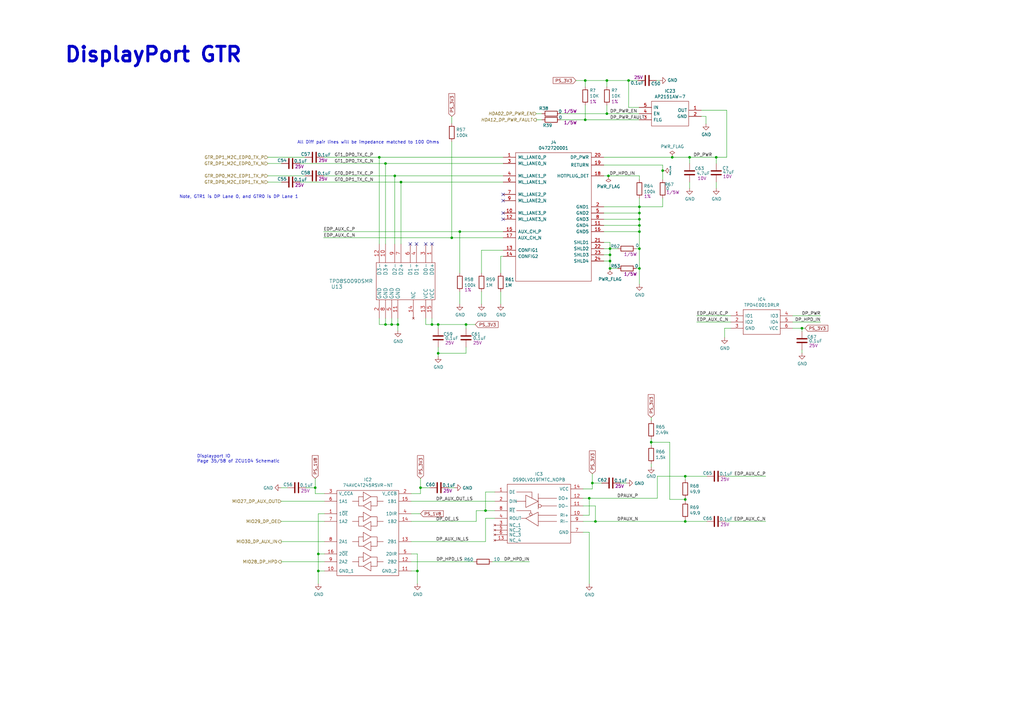
<source format=kicad_sch>
(kicad_sch (version 20230121) (generator eeschema)
  (paper "A3")
  (title_block (title "Top Sheet") (date "2023-12-21") (rev "1.00") (company "ApotheoTech LLC") (comment 1 "SCH: APT-KRIA-FMC") (comment 2 "Author: Chance Reimer"))
  (lib_symbols
    (symbol "ApotheoTech:0472720001‎" (pin_names (offset 1.016))
      (property "Reference" "J" (at -15.24 25.4 0))
      (property "Value" "0472720001‎" (at -9.525 23.495 0))
      (symbol "0472720001‎_0_1"
        (rectangle (start -15.875 22.225) (end 15.24 -30.48))
      )
      (symbol "0472720001‎_1_1"
        (pin passive line (at -20.955 20.32 0) (length 5.08) (name "ML_LANE0_P") (number "1"))
        (pin passive line (at -20.955 -2.54 0) (length 5.08) (name "ML_LANE3_P") (number "10"))
        (pin power_in line (at 20.32 -7.62 180) (length 5.08) (name "GND4") (number "11"))
        (pin passive line (at -20.955 -5.08 0) (length 5.08) (name "ML_LANE3_N") (number "12"))
        (pin passive line (at -20.955 -17.78 0) (length 5.08) (name "CONFIG1") (number "13"))
        (pin passive line (at -20.955 -20.32 0) (length 5.08) (name "CONFIG2") (number "14"))
        (pin passive line (at -20.955 -10.16 0) (length 5.08) (name "AUX_CH_P") (number "15"))
        (pin power_in line (at 20.32 -10.16 180) (length 5.08) (name "GND5") (number "16"))
        (pin passive line (at -20.955 -12.7 0) (length 5.08) (name "AUX_CH_N") (number "17"))
        (pin power_in line (at 20.32 12.7 180) (length 5.08) (name "HOTPLUG_DET") (number "18"))
        (pin power_in line (at 20.32 17.145 180) (length 5.08) (name "RETURN") (number "19"))
        (pin power_in line (at 20.32 0 180) (length 5.08) (name "GND1") (number "2"))
        (pin power_in line (at 20.32 20.32 180) (length 5.08) (name "DP_PWR") (number "20"))
        (pin power_in line (at 20.32 -14.605 180) (length 5.08) (name "SHLD1") (number "21"))
        (pin power_in line (at 20.32 -17.145 180) (length 5.08) (name "SHLD2") (number "22"))
        (pin power_in line (at 20.32 -19.685 180) (length 5.08) (name "SHLD3") (number "23"))
        (pin power_in line (at 20.32 -22.225 180) (length 5.08) (name "SHLD4") (number "24"))
        (pin passive line (at -20.955 17.78 0) (length 5.08) (name "ML_LANE0_N") (number "3"))
        (pin passive line (at -20.955 12.7 0) (length 5.08) (name "ML_LANE1_P") (number "4"))
        (pin power_in line (at 20.32 -2.54 180) (length 5.08) (name "GND2") (number "5"))
        (pin passive line (at -20.955 10.16 0) (length 5.08) (name "ML_LANE1_N") (number "6"))
        (pin passive line (at -20.955 5.08 0) (length 5.08) (name "ML_LANE2_P") (number "7"))
        (pin power_in line (at 20.32 -5.08 180) (length 5.08) (name "GND3") (number "8"))
        (pin passive line (at -20.955 2.54 0) (length 5.08) (name "ML_LANE2_N") (number "9"))
      )
    )
    (symbol "ApotheoTech:74AVC4T245RSVR-NT" (pin_names (offset 0.762))
      (property "Reference" "IC" (at -13.335 21.59 0))
      (property "Value" "74AVC4T245RSVR-NT" (at -12.7 19.05 0))
      (symbol "74AVC4T245RSVR-NT_0_0"
        (pin passive line (at -17.78 7.62 0) (length 5.08) (name "1~{OE}") (number "1"))
        (pin passive line (at -17.78 -15.875 0) (length 5.08) (name "GND_1") (number "10"))
        (pin passive line (at 17.78 -15.875 180) (length 5.08) (name "GND_2") (number "11"))
        (pin passive line (at 17.78 -12.065 180) (length 5.08) (name "2B2") (number "12"))
        (pin passive line (at 17.78 -3.81 180) (length 5.08) (name "2B1") (number "13"))
        (pin passive line (at 17.78 4.445 180) (length 5.08) (name "1B2") (number "14"))
        (pin passive line (at 17.78 12.7 180) (length 5.08) (name "1B1") (number "15"))
        (pin passive line (at -17.78 -8.89 0) (length 5.08) (name "2~{OE}") (number "16"))
        (pin passive line (at 17.78 15.875 180) (length 5.08) (name "V_CCB") (number "2"))
        (pin passive line (at -17.78 15.875 0) (length 5.08) (name "V_CCA") (number "3"))
        (pin passive line (at 17.78 7.62 180) (length 5.08) (name "1DIR") (number "4"))
        (pin passive line (at 17.78 -8.89 180) (length 5.08) (name "2DIR") (number "5"))
        (pin passive line (at -17.78 12.7 0) (length 5.08) (name "1A1") (number "6"))
        (pin passive line (at -17.78 4.445 0) (length 5.08) (name "1A2") (number "7"))
        (pin passive line (at -17.78 -3.81 0) (length 5.08) (name "2A1") (number "8"))
        (pin passive line (at -17.78 -12.065 0) (length 5.08) (name "2A2") (number "9"))
      )
      (symbol "74AVC4T245RSVR-NT_0_1"
        (rectangle (start -12.7 17.145) (end 12.7 -17.78))
        (rectangle (start -3.81 11.43) (end -3.81 14.605))
        (rectangle (start -3.81 14.605) (end -1.905 14.605))
        (rectangle (start -1.905 14.605) (end -1.905 12.7))
        (polyline (pts (xy -3.81 12.7) (xy -6.35 12.7)))
        (polyline (pts (xy 3.81 12.7) (xy 6.35 12.7)))
        (polyline (pts (xy -1.905 12.7) (xy 1.27 14.605) (xy -1.905 16.51) (xy -1.905 14.605)))
        (polyline (pts (xy 1.27 10.795) (xy 3.81 10.795) (xy 3.81 14.605) (xy 1.27 14.605)))
        (polyline (pts (xy -3.81 11.43) (xy -3.81 10.795) (xy -1.905 10.795) (xy 1.27 12.7) (xy 1.27 10.795) (xy 1.27 8.89) (xy -1.905 10.795)))
      )
      (symbol "74AVC4T245RSVR-NT_1_1"
        (rectangle (start -3.81 -13.335) (end -3.81 -10.16))
        (rectangle (start -3.81 -10.16) (end -1.905 -10.16))
        (rectangle (start -3.81 -5.08) (end -3.81 -1.905))
        (rectangle (start -3.81 -1.905) (end -1.905 -1.905))
        (rectangle (start -3.81 3.175) (end -3.81 6.35))
        (rectangle (start -3.81 6.35) (end -1.905 6.35))
        (rectangle (start -1.905 -10.16) (end -1.905 -12.065))
        (rectangle (start -1.905 -1.905) (end -1.905 -3.81))
        (rectangle (start -1.905 6.35) (end -1.905 4.445))
        (polyline (pts (xy -3.81 -12.065) (xy -6.35 -12.065)))
        (polyline (pts (xy -3.81 -3.81) (xy -6.35 -3.81)))
        (polyline (pts (xy -3.81 4.445) (xy -6.35 4.445)))
        (polyline (pts (xy 3.81 -12.065) (xy 6.35 -12.065)))
        (polyline (pts (xy 3.81 -3.81) (xy 6.35 -3.81)))
        (polyline (pts (xy 3.81 4.445) (xy 6.35 4.445)))
        (polyline (pts (xy -1.905 -12.065) (xy 1.27 -10.16) (xy -1.905 -8.255) (xy -1.905 -10.16)))
        (polyline (pts (xy -1.905 -3.81) (xy 1.27 -1.905) (xy -1.905 0) (xy -1.905 -1.905)))
        (polyline (pts (xy -1.905 4.445) (xy 1.27 6.35) (xy -1.905 8.255) (xy -1.905 6.35)))
        (polyline (pts (xy 1.27 -13.97) (xy 3.81 -13.97) (xy 3.81 -10.16) (xy 1.27 -10.16)))
        (polyline (pts (xy 1.27 -5.715) (xy 3.81 -5.715) (xy 3.81 -1.905) (xy 1.27 -1.905)))
        (polyline (pts (xy 1.27 2.54) (xy 3.81 2.54) (xy 3.81 6.35) (xy 1.27 6.35)))
        (polyline (pts (xy -3.81 -13.335) (xy -3.81 -13.97) (xy -1.905 -13.97) (xy 1.27 -12.065) (xy 1.27 -13.97) (xy 1.27 -15.875) (xy -1.905 -13.97)))
        (polyline (pts (xy -3.81 -5.08) (xy -3.81 -5.715) (xy -1.905 -5.715) (xy 1.27 -3.81) (xy 1.27 -5.715) (xy 1.27 -7.62) (xy -1.905 -5.715)))
        (polyline (pts (xy -3.81 3.175) (xy -3.81 2.54) (xy -1.905 2.54) (xy 1.27 4.445) (xy 1.27 2.54) (xy 1.27 0.635) (xy -1.905 2.54)))
      )
    )
    (symbol "ApotheoTech:AP2151AW-7" (pin_names (offset 0.762))
      (property "Reference" "IC" (at 5.08 4.699 0))
      (property "Value" "AP2151AW-7" (at 21.59 5.08 0))
      (symbol "AP2151AW-7_0_0"
        (pin passive line (at 25.527 -1.143 180) (length 5.08) (name "OUT") (number "1"))
        (pin passive line (at 25.527 -3.683 180) (length 5.08) (name "GND") (number "2"))
        (pin passive line (at 0 -5.08 0) (length 5.08) (name "FLG") (number "3"))
        (pin passive line (at 0 -2.54 0) (length 5.08) (name "EN") (number "4"))
        (pin passive line (at 0 0 0) (length 5.08) (name "IN") (number "5"))
      )
      (symbol "AP2151AW-7_0_1"
        (polyline (pts (xy 5.08 2.54) (xy 20.32 2.54) (xy 20.32 -7.62) (xy 5.08 -7.62) (xy 5.08 2.54)) (stroke (width 0.1524)))
      )
    )
    (symbol "ApotheoTech:DS90LV019TMTC_NOPB" (pin_names (offset 0.762))
      (property "Reference" "IC" (at 27.305 31.115 0))
      (property "Value" "DS90LV019TMTC_NOPB" (at 27.305 28.575 0))
      (symbol "DS90LV019TMTC_NOPB_0_0"
        (pin passive line (at -19.05 6.35 0) (length 5.08) (name "DE") (number "1"))
        (pin passive line (at 17.145 -3.175 180) (length 5.08) (name "RI+") (number "10"))
        (pin passive line (at 17.145 0.635 180) (length 5.08) (name "DO-") (number "11"))
        (pin passive line (at 17.145 3.81 180) (length 5.08) (name "DO+") (number "12"))
        (pin no_connect line (at -19.05 -13.462 0) (length 5.08) (name "NC_4") (number "13"))
        (pin passive line (at 17.145 7.62 180) (length 5.08) (name "VCC") (number "14"))
        (pin passive line (at -19.05 2.54 0) (length 5.08) (name "DIN") (number "2"))
        (pin no_connect line (at -19.05 -7.239 0) (length 5.08) (name "NC_1") (number "3"))
        (pin passive line (at -19.05 -4.445 0) (length 5.08) (name "ROUT") (number "4"))
        (pin no_connect line (at -19.05 -9.271 0) (length 5.08) (name "NC_2") (number "5"))
        (pin no_connect line (at -19.05 -11.176 0) (length 5.08) (name "NC_3") (number "6"))
        (pin passive line (at 17.145 -10.16 180) (length 5.08) (name "GND") (number "7"))
        (pin passive line (at -19.05 -1.27 0) (length 5.08) (name "~{RE}") (number "8"))
        (pin passive line (at 17.145 -5.715 180) (length 5.08) (name "RI-") (number "9"))
      )
      (symbol "DS90LV019TMTC_NOPB_0_1"
        (rectangle (start -13.97 9.525) (end 12.065 -14.605))
        (circle (center -4.318 -2.794) (radius 0.5588))
        (circle (center -0.635 0.635) (radius 0.635))
        (polyline (pts (xy -6.35 -4.445) (xy -8.255 -4.445)))
        (polyline (pts (xy -6.35 2.54) (xy -10.16 2.54)))
        (polyline (pts (xy -1.27 0.635) (xy -1.27 -0.635)))
        (polyline (pts (xy -1.27 3.81) (xy 6.35 3.81)))
        (polyline (pts (xy -1.27 4.445) (xy -1.27 0.635)))
        (polyline (pts (xy -1.27 4.445) (xy -1.27 5.715)))
        (polyline (pts (xy 0 0.635) (xy 6.35 0.635)))
        (polyline (pts (xy 6.35 -5.715) (xy -1.27 -5.715)))
        (polyline (pts (xy 6.35 -3.175) (xy -1.27 -3.175)))
        (polyline (pts (xy -10.16 6.35) (xy -3.81 6.35) (xy -3.81 3.81)))
        (polyline (pts (xy -4.318 -2.159) (xy -4.318 -1.27) (xy -10.16 -1.27)))
        (polyline (pts (xy -6.35 5.08) (xy -1.27 2.54) (xy -6.35 0) (xy -6.35 5.08)))
        (polyline (pts (xy -1.27 -1.905) (xy -1.27 -7.62) (xy -6.35 -4.445) (xy -1.27 -1.905)))
      )
    )
    (symbol "ApotheoTech:TPD4E001DRLR" (pin_names (offset 0.762))
      (property "Reference" "IC" (at 21.59 7.62 0))
      (property "Value" "TPD4E001DRLR" (at 21.59 5.08 0))
      (symbol "TPD4E001DRLR_0_0"
        (pin passive line (at 0 0 0) (length 5.08) (name "IO1") (number "1"))
        (pin passive line (at 0 -2.54 0) (length 5.08) (name "IO2") (number "2"))
        (pin passive line (at 0 -5.08 0) (length 5.08) (name "GND") (number "3"))
        (pin passive line (at 25.4 0 180) (length 5.08) (name "IO3") (number "4"))
        (pin passive line (at 25.4 -2.54 180) (length 5.08) (name "IO4") (number "5"))
        (pin passive line (at 25.4 -5.08 180) (length 5.08) (name "VCC") (number "6"))
      )
      (symbol "TPD4E001DRLR_0_1"
        (polyline (pts (xy 5.08 2.54) (xy 20.32 2.54) (xy 20.32 -7.62) (xy 5.08 -7.62) (xy 5.08 2.54)) (stroke (width 0.1524)))
      )
    )
    (symbol "ApotheoTech:TPD8S009DSMR" (pin_names (offset 0.254))
      (property "Reference" "U" (at -7.62 12.7 0))
      (property "Value" "TPD8S009DSMR" (at 0 10.16 0))
      (symbol "TPD8S009DSMR_1_1"
        (rectangle (start -7.62 8.89) (end 7.62 -15.24))
        (pin input line (at -15.24 7.62 0) (length 7.62) (name "D0+") (number "1"))
        (pin input line (at -15.24 -11.43 0) (length 7.62) (name "D3+") (number "10"))
        (pin power_in line (at 15.24 -6.35 180) (length 7.62) (name "GND") (number "11"))
        (pin input line (at -15.24 -13.97 0) (length 7.62) (name "D3-") (number "12"))
        (pin power_in line (at 15.24 5.08 180) (length 7.62) (name "VCC") (number "13"))
        (pin no_connect line (at 15.24 0 180) (length 7.62) (name "NC") (number "14"))
        (pin power_in line (at 15.24 7.62 180) (length 7.62) (name "VCC") (number "15"))
        (pin power_in line (at 15.24 -13.97 180) (length 7.62) (name "GND") (number "2"))
        (pin input line (at -15.24 5.08 0) (length 7.62) (name "D0-") (number "3"))
        (pin input line (at -15.24 1.27 0) (length 7.62) (name "D1+") (number "4"))
        (pin power_in line (at 15.24 -8.89 180) (length 7.62) (name "GND") (number "5"))
        (pin input line (at -15.24 -1.27 0) (length 7.62) (name "D1-") (number "6"))
        (pin input line (at -15.24 -5.08 0) (length 7.62) (name "D2+") (number "7"))
        (pin power_in line (at 15.24 -11.43 180) (length 7.62) (name "GND") (number "8"))
        (pin input line (at -15.24 -7.62 0) (length 7.62) (name "D2-") (number "9"))
      )
    )
    (symbol "Device:C" (pin_numbers hide) (pin_names (offset 0.254))
      (property "Reference" "C" (at 0.635 2.54 0))
      (property "Value" "C" (at 0.635 -2.54 0))
      (symbol "C_0_1"
        (polyline (pts (xy -2.032 -0.762) (xy 2.032 -0.762)) (stroke (width 0.508)))
        (polyline (pts (xy -2.032 0.762) (xy 2.032 0.762)) (stroke (width 0.508)))
      )
      (symbol "C_1_1"
        (pin passive line (at 0 3.81 270) (length 2.794) (name "~") (number "1"))
        (pin passive line (at 0 -3.81 90) (length 2.794) (name "~") (number "2"))
      )
    )
    (symbol "Device:R" (pin_numbers hide) (pin_names (offset 0))
      (property "Reference" "R" (at 2.032 0 90))
      (property "Value" "R" (at 0 0 90))
      (symbol "R_0_1"
        (rectangle (start -1.016 -2.54) (end 1.016 2.54) (stroke (width 0.254)))
      )
      (symbol "R_1_1"
        (pin passive line (at 0 3.81 270) (length 1.27) (name "~") (number "1"))
        (pin passive line (at 0 -3.81 90) (length 1.27) (name "~") (number "2"))
      )
    )
    (symbol "power:GND" (power) (pin_names (offset 0))
      (property "Value" "GND" (at 0 -3.81 0))
      (symbol "GND_0_1"
        (polyline (pts (xy 0 0) (xy 0 -1.27) (xy 1.27 -1.27) (xy 0 -2.54) (xy -1.27 -1.27) (xy 0 -1.27)))
      )
      (symbol "GND_1_1"
        (pin power_in line (at 0 0 270) (length 0) hide (name "GND") (number "1"))
      )
    )
    (symbol "power:PWR_FLAG" (power) (pin_numbers hide) (pin_names (offset 0) hide)
      (property "Value" "PWR_FLAG" (at 0 3.81 0))
      (symbol "PWR_FLAG_0_0"
        (pin power_out line (at 0 0 90) (length 0) (name "pwr") (number "1"))
      )
      (symbol "PWR_FLAG_0_1"
        (polyline (pts (xy 0 0) (xy 0 1.27) (xy -1.016 1.905) (xy 0 2.54) (xy 1.016 1.905) (xy 0 1.27)))
      )
    )
  )
  (junction (at 282.829 64.516))
  (junction (at 262.255 101.981))
  (junction (at 281.051 195.326))
  (junction (at 161.925 72.136))
  (junction (at 177.165 133.096))
  (junction (at 262.255 94.996))
  (junction (at 240.03 49.149))
  (junction (at 267.081 181.356))
  (junction (at 199.136 209.423))
  (junction (at 250.19 101.981))
  (junction (at 249.555 72.136))
  (junction (at 262.255 89.916))
  (junction (at 171.196 234.188))
  (junction (at 240.03 33.02))
  (junction (at 155.575 64.516))
  (junction (at 328.93 134.62))
  (junction (at 160.655 133.096))
  (junction (at 257.81 33.02))
  (junction (at 248.92 46.609))
  (junction (at 172.466 200.025))
  (junction (at 262.255 110.109))
  (junction (at 163.195 133.096))
  (junction (at 242.951 198.12))
  (junction (at 271.78 69.977))
  (junction (at 250.19 107.061))
  (junction (at 262.255 87.376))
  (junction (at 281.051 204.851))
  (junction (at 130.556 234.188))
  (junction (at 241.681 204.343))
  (junction (at 179.705 133.096))
  (junction (at 262.255 92.456))
  (junction (at 164.465 74.676))
  (junction (at 188.595 94.996))
  (junction (at 275.717 64.516))
  (junction (at 129.286 200.025))
  (junction (at 250.19 110.109))
  (junction (at 250.19 104.521))
  (junction (at 130.556 227.203))
  (junction (at 179.705 144.907))
  (junction (at 158.115 67.056))
  (junction (at 191.135 133.096))
  (junction (at 248.92 33.02))
  (junction (at 281.051 213.868))
  (junction (at 293.751 64.516))
  (junction (at 185.293 97.536))
  (junction (at 158.115 133.096))
  (junction (at 262.255 84.836))
  (junction (at 244.221 213.868))
  (no_connect (at 170.815 100.076))
  (no_connect (at 206.375 89.916))
  (no_connect (at 206.375 87.376))
  (no_connect (at 168.275 100.076))
  (no_connect (at 206.375 79.756))
  (no_connect (at 177.165 100.076))
  (no_connect (at 206.375 82.296))
  (no_connect (at 174.625 100.076))
  (wire (pts (xy 172.466 200.025) (xy 172.466 196.215)))
  (wire (pts (xy 257.81 33.02) (xy 248.92 33.02)))
  (wire (pts (xy 109.855 72.136) (xy 125.095 72.136)))
  (wire (pts (xy 240.03 49.149) (xy 229.87 49.149)))
  (wire (pts (xy 171.196 227.203) (xy 168.656 227.203)))
  (wire (pts (xy 254.381 198.12) (xy 256.921 198.12)))
  (wire (pts (xy 262.255 94.996) (xy 262.255 101.981)))
  (wire (pts (xy 325.12 134.62) (xy 328.93 134.62)))
  (wire (pts (xy 161.925 72.136) (xy 206.375 72.136)))
  (wire (pts (xy 171.196 234.188) (xy 171.196 239.395)))
  (wire (pts (xy 130.556 210.693) (xy 130.556 227.203)))
  (wire (pts (xy 247.65 72.136) (xy 249.555 72.136)))
  (wire (pts (xy 229.87 46.609) (xy 248.92 46.609)))
  (wire (pts (xy 164.465 100.076) (xy 164.465 74.676)))
  (wire (pts (xy 297.561 213.868) (xy 314.071 213.868)))
  (wire (pts (xy 168.656 210.693) (xy 172.466 210.693)))
  (wire (pts (xy 155.575 64.516) (xy 206.375 64.516)))
  (wire (pts (xy 199.136 222.123) (xy 199.136 212.598)))
  (wire (pts (xy 257.81 44.069) (xy 257.81 33.02)))
  (wire (pts (xy 244.221 213.868) (xy 281.051 213.868)))
  (wire (pts (xy 185.293 97.536) (xy 132.715 97.536)))
  (wire (pts (xy 199.136 201.803) (xy 199.136 209.423)))
  (wire (pts (xy 202.946 201.803) (xy 199.136 201.803)))
  (wire (pts (xy 275.717 64.516) (xy 282.829 64.516)))
  (wire (pts (xy 281.051 205.486) (xy 281.051 204.851)))
  (wire (pts (xy 197.485 102.616) (xy 206.375 102.616)))
  (wire (pts (xy 133.096 202.438) (xy 129.286 202.438)))
  (wire (pts (xy 271.78 69.977) (xy 271.78 73.66)))
  (wire (pts (xy 133.096 213.868) (xy 115.316 213.868)))
  (wire (pts (xy 163.195 133.096) (xy 160.655 133.096)))
  (wire (pts (xy 325.12 129.54) (xy 336.55 129.54)))
  (wire (pts (xy 270.51 33.02) (xy 269.24 33.02)))
  (wire (pts (xy 109.855 64.516) (xy 125.095 64.516)))
  (wire (pts (xy 179.705 144.907) (xy 179.705 142.367)))
  (wire (pts (xy 240.03 43.18) (xy 240.03 49.149)))
  (wire (pts (xy 115.443 67.056) (xy 109.855 67.056)))
  (wire (pts (xy 247.65 101.981) (xy 250.19 101.981)))
  (wire (pts (xy 250.19 104.521) (xy 250.19 107.061)))
  (wire (pts (xy 199.136 209.423) (xy 202.946 209.423)))
  (wire (pts (xy 158.115 100.076) (xy 158.115 67.056)))
  (wire (pts (xy 267.081 172.466) (xy 267.081 171.196)))
  (wire (pts (xy 246.761 198.12) (xy 242.951 198.12)))
  (wire (pts (xy 132.715 64.516) (xy 155.575 64.516)))
  (wire (pts (xy 269.621 195.326) (xy 281.051 195.326)))
  (wire (pts (xy 188.595 119.634) (xy 188.595 124.714)))
  (wire (pts (xy 244.221 213.868) (xy 239.141 213.868)))
  (wire (pts (xy 133.096 205.613) (xy 115.316 205.613)))
  (wire (pts (xy 285.75 129.54) (xy 299.72 129.54)))
  (wire (pts (xy 249.555 72.136) (xy 262.255 72.136)))
  (wire (pts (xy 298.069 45.212) (xy 298.069 64.516)))
  (wire (pts (xy 132.715 94.996) (xy 188.595 94.996)))
  (wire (pts (xy 177.165 133.096) (xy 177.165 130.556)))
  (wire (pts (xy 171.196 227.203) (xy 171.196 234.188)))
  (wire (pts (xy 240.03 33.02) (xy 248.92 33.02)))
  (wire (pts (xy 185.293 97.536) (xy 206.375 97.536)))
  (wire (pts (xy 158.115 67.056) (xy 206.375 67.056)))
  (wire (pts (xy 158.115 133.096) (xy 155.575 133.096)))
  (wire (pts (xy 293.751 64.516) (xy 298.069 64.516)))
  (wire (pts (xy 281.051 204.851) (xy 281.051 204.343)))
  (wire (pts (xy 125.476 200.025) (xy 129.286 200.025)))
  (wire (pts (xy 179.705 133.096) (xy 191.135 133.096)))
  (wire (pts (xy 160.655 133.096) (xy 158.115 133.096)))
  (wire (pts (xy 129.286 200.025) (xy 129.286 196.215)))
  (wire (pts (xy 168.656 230.378) (xy 194.31 230.378)))
  (wire (pts (xy 260.985 101.981) (xy 262.255 101.981)))
  (wire (pts (xy 123.063 67.056) (xy 158.115 67.056)))
  (wire (pts (xy 325.12 132.08) (xy 336.55 132.08)))
  (wire (pts (xy 285.75 132.08) (xy 299.72 132.08)))
  (wire (pts (xy 281.051 213.868) (xy 289.941 213.868)))
  (wire (pts (xy 289.56 47.752) (xy 289.56 50.8)))
  (wire (pts (xy 267.081 190.246) (xy 267.081 191.516)))
  (wire (pts (xy 271.78 81.28) (xy 271.78 84.836)))
  (wire (pts (xy 205.359 119.634) (xy 205.359 124.714)))
  (wire (pts (xy 271.78 67.691) (xy 271.78 69.977)))
  (wire (pts (xy 250.19 101.981) (xy 250.19 104.521)))
  (wire (pts (xy 161.925 100.076) (xy 161.925 72.136)))
  (wire (pts (xy 262.255 81.28) (xy 262.255 84.836)))
  (wire (pts (xy 130.556 234.188) (xy 133.096 234.188)))
  (wire (pts (xy 248.92 33.02) (xy 248.92 35.56)))
  (wire (pts (xy 267.081 182.626) (xy 267.081 181.356)))
  (wire (pts (xy 130.556 227.203) (xy 130.556 234.188)))
  (wire (pts (xy 163.195 133.096) (xy 163.195 135.636)))
  (wire (pts (xy 168.656 213.868) (xy 195.326 213.868)))
  (wire (pts (xy 133.096 210.693) (xy 130.556 210.693)))
  (wire (pts (xy 185.293 97.536) (xy 185.293 58.166)))
  (wire (pts (xy 239.141 218.313) (xy 241.681 218.313)))
  (wire (pts (xy 130.556 234.188) (xy 130.556 239.395)))
  (wire (pts (xy 191.135 133.096) (xy 191.135 134.747)))
  (wire (pts (xy 240.03 33.02) (xy 240.03 35.56)))
  (wire (pts (xy 247.65 67.691) (xy 271.78 67.691)))
  (wire (pts (xy 168.656 222.123) (xy 199.136 222.123)))
  (wire (pts (xy 328.93 135.89) (xy 328.93 134.62)))
  (wire (pts (xy 117.856 200.025) (xy 115.316 200.025)))
  (wire (pts (xy 299.72 134.62) (xy 297.18 134.62)))
  (wire (pts (xy 174.625 133.096) (xy 177.165 133.096)))
  (wire (pts (xy 164.465 74.676) (xy 206.375 74.676)))
  (wire (pts (xy 262.128 44.069) (xy 257.81 44.069)))
  (wire (pts (xy 250.19 110.109) (xy 253.365 110.109)))
  (wire (pts (xy 241.681 218.313) (xy 241.681 239.522)))
  (wire (pts (xy 222.25 46.609) (xy 219.964 46.609)))
  (wire (pts (xy 247.65 92.456) (xy 262.255 92.456)))
  (wire (pts (xy 179.705 134.747) (xy 179.705 133.096)))
  (wire (pts (xy 168.656 202.438) (xy 172.466 202.438)))
  (wire (pts (xy 130.556 227.203) (xy 133.096 227.203)))
  (wire (pts (xy 293.751 74.676) (xy 293.751 77.216)))
  (wire (pts (xy 250.19 107.061) (xy 247.65 107.061)))
  (wire (pts (xy 281.051 204.851) (xy 274.701 204.851)))
  (wire (pts (xy 247.65 104.521) (xy 250.19 104.521)))
  (wire (pts (xy 281.051 195.326) (xy 289.941 195.326)))
  (wire (pts (xy 115.443 74.676) (xy 109.855 74.676)))
  (wire (pts (xy 244.221 207.518) (xy 244.221 213.868)))
  (wire (pts (xy 197.485 119.634) (xy 197.485 124.714)))
  (wire (pts (xy 163.195 130.556) (xy 163.195 133.096)))
  (wire (pts (xy 271.78 84.836) (xy 262.255 84.836)))
  (wire (pts (xy 155.575 100.076) (xy 155.575 64.516)))
  (wire (pts (xy 242.951 200.533) (xy 242.951 198.12)))
  (wire (pts (xy 250.19 101.981) (xy 253.365 101.981)))
  (wire (pts (xy 155.575 133.096) (xy 155.575 130.556)))
  (wire (pts (xy 262.255 73.66) (xy 262.255 72.136)))
  (wire (pts (xy 205.359 105.156) (xy 205.359 112.014)))
  (wire (pts (xy 123.063 74.676) (xy 164.465 74.676)))
  (wire (pts (xy 191.135 144.907) (xy 179.705 144.907)))
  (wire (pts (xy 262.128 46.609) (xy 248.92 46.609)))
  (wire (pts (xy 247.65 84.836) (xy 262.255 84.836)))
  (wire (pts (xy 287.655 47.752) (xy 289.56 47.752)))
  (wire (pts (xy 262.255 94.996) (xy 262.255 92.456)))
  (wire (pts (xy 129.286 202.438) (xy 129.286 200.025)))
  (wire (pts (xy 236.22 33.02) (xy 240.03 33.02)))
  (wire (pts (xy 133.096 230.378) (xy 115.316 230.378)))
  (wire (pts (xy 328.93 143.51) (xy 328.93 144.78)))
  (wire (pts (xy 247.65 87.376) (xy 262.255 87.376)))
  (wire (pts (xy 174.625 130.556) (xy 174.625 133.096)))
  (wire (pts (xy 241.681 211.328) (xy 241.681 204.343)))
  (wire (pts (xy 177.165 133.096) (xy 179.705 133.096)))
  (wire (pts (xy 269.621 204.343) (xy 269.621 195.326)))
  (wire (pts (xy 168.656 205.613) (xy 202.946 205.613)))
  (wire (pts (xy 197.485 112.014) (xy 197.485 102.616)))
  (wire (pts (xy 328.93 134.62) (xy 330.2 134.62)))
  (wire (pts (xy 239.141 200.533) (xy 242.951 200.533)))
  (wire (pts (xy 287.655 45.212) (xy 298.069 45.212)))
  (wire (pts (xy 262.255 87.376) (xy 262.255 89.916)))
  (wire (pts (xy 297.18 134.62) (xy 297.18 138.43)))
  (wire (pts (xy 179.705 144.907) (xy 179.705 146.177)))
  (wire (pts (xy 239.141 207.518) (xy 244.221 207.518)))
  (wire (pts (xy 260.985 110.109) (xy 262.255 110.109)))
  (wire (pts (xy 281.051 213.868) (xy 281.051 213.106)))
  (wire (pts (xy 247.65 99.441) (xy 250.19 99.441)))
  (wire (pts (xy 247.65 89.916) (xy 262.255 89.916)))
  (wire (pts (xy 261.62 33.02) (xy 257.81 33.02)))
  (wire (pts (xy 172.466 202.438) (xy 172.466 200.025)))
  (wire (pts (xy 195.326 209.423) (xy 199.136 209.423)))
  (wire (pts (xy 242.951 198.12) (xy 242.951 194.31)))
  (wire (pts (xy 262.255 89.916) (xy 262.255 92.456)))
  (wire (pts (xy 183.896 200.025) (xy 186.436 200.025)))
  (wire (pts (xy 240.03 49.149) (xy 262.128 49.149)))
  (wire (pts (xy 132.715 72.136) (xy 161.925 72.136)))
  (wire (pts (xy 188.595 94.996) (xy 188.595 112.014)))
  (wire (pts (xy 199.136 212.598) (xy 202.946 212.598)))
  (wire (pts (xy 297.561 195.326) (xy 314.071 195.326)))
  (wire (pts (xy 274.701 181.356) (xy 274.701 204.851)))
  (wire (pts (xy 206.375 105.156) (xy 205.359 105.156)))
  (wire (pts (xy 282.829 64.516) (xy 293.751 64.516)))
  (wire (pts (xy 160.655 130.556) (xy 160.655 133.096)))
  (wire (pts (xy 247.65 64.516) (xy 275.717 64.516)))
  (wire (pts (xy 158.115 130.556) (xy 158.115 133.096)))
  (wire (pts (xy 262.255 110.109) (xy 262.255 116.586)))
  (wire (pts (xy 281.051 195.326) (xy 281.051 196.723)))
  (wire (pts (xy 171.196 234.188) (xy 168.656 234.188)))
  (wire (pts (xy 241.681 204.343) (xy 239.141 204.343)))
  (wire (pts (xy 133.096 222.123) (xy 115.316 222.123)))
  (wire (pts (xy 267.081 181.356) (xy 274.701 181.356)))
  (wire (pts (xy 201.93 230.378) (xy 217.17 230.378)))
  (wire (pts (xy 250.19 107.061) (xy 250.19 110.109)))
  (wire (pts (xy 191.135 142.367) (xy 191.135 144.907)))
  (wire (pts (xy 293.751 64.516) (xy 293.751 67.056)))
  (wire (pts (xy 222.25 49.149) (xy 219.964 49.149)))
  (wire (pts (xy 247.65 94.996) (xy 262.255 94.996)))
  (wire (pts (xy 195.326 213.868) (xy 195.326 209.423)))
  (wire (pts (xy 185.293 50.546) (xy 185.293 47.752)))
  (wire (pts (xy 282.829 74.676) (xy 282.829 77.216)))
  (wire (pts (xy 250.19 99.441) (xy 250.19 101.981)))
  (wire (pts (xy 262.255 101.981) (xy 262.255 110.109)))
  (wire (pts (xy 241.681 204.343) (xy 269.621 204.343)))
  (wire (pts (xy 282.829 64.516) (xy 282.829 67.056)))
  (wire (pts (xy 239.141 211.328) (xy 241.681 211.328)))
  (wire (pts (xy 248.92 43.18) (xy 248.92 46.609)))
  (wire (pts (xy 191.135 133.096) (xy 194.945 133.096)))
  (wire (pts (xy 262.255 84.836) (xy 262.255 87.376)))
  (wire (pts (xy 188.595 94.996) (xy 206.375 94.996)))
  (wire (pts (xy 267.081 181.356) (xy 267.081 180.086)))
  (wire (pts (xy 176.276 200.025) (xy 172.466 200.025)))
  (text "DisplayPort GTR" (at 26.162 26.035 0) (effects (font (size 5.9944 5.9944) (thickness 1.1989) bold) (justify left bottom)))
  (text "Displayport IO \nPage 35/58 of ZCU104 Schematic" (at 80.772 189.992 0) (effects (font (size 1.27 1.27)) (justify left bottom)))
  (text "All Diff pair lines will be impedance matched to 100 Ohms" (at 121.92 59.182 0) (effects (font (size 1.27 1.27)) (justify left bottom)))
  (text "Note, GTR1 is DP Lane 0, and GTR0 is DP Lane 1" (at 73.533 81.534 0) (effects (font (size 1.27 1.27)) (justify left bottom)))
  (label "GT0_DP1_TX_C_N" (at 137.16 74.676 0))
  (label "DPAUX_P" (at 253.111 204.343 0))
  (label "DP_HPD_LS" (at 189.738 230.378 180))
  (label "EDP_AUX_C_N" (at 132.715 97.536 0))
  (label "DP_HPD_IN" (at 260.477 72.136 180))
  (label "EDP_AUX_C_N" (at 314.071 213.868 180))
  (label "DPAUX_N" (at 253.111 213.868 0))
  (label "EDP_AUX_C_P" (at 314.071 195.326 180))
  (label "EDP_AUX_C_P" (at 132.715 94.996 0))
  (label "GT1_DP0_TX_C_P" (at 137.16 64.516 0))
  (label "DP_PWR" (at 292.1 64.516 180))
  (label "DP_PWR" (at 336.55 129.54 180))
  (label "DP_HPD_IN" (at 336.55 132.08 180))
  (label "DP_PWR_FAULT" (at 250.19 49.149 0))
  (label "DP_PWR_EN" (at 250.19 46.609 0))
  (label "EDP_AUX_C_N" (at 285.75 132.08 0))
  (label "EDP_AUX_C_P" (at 285.75 129.54 0))
  (label "DP_OE_LS" (at 178.816 213.868 0))
  (label "DP_AUX_IN_LS" (at 178.816 222.123 0))
  (label "GT1_DP0_TX_C_N" (at 137.16 67.056 0))
  (label "DP_AUX_OUT_LS" (at 178.816 205.613 0))
  (label "GT0_DP1_TX_C_P" (at 137.16 72.136 0))
  (label "DP_HPD_IN" (at 217.17 230.378 180))
  (global_label "PS_1V8" (shape input) (at 129.286 196.215 90) (property "Intersheetrefs" "${INTERSHEET_REFS}" (effects hide)))
  (global_label "PS_3V3" (shape input) (at 172.466 196.215 90) (property "Intersheetrefs" "${INTERSHEET_REFS}" (effects hide)))
  (global_label "PS_3V3" (shape input) (at 242.951 194.31 90) (property "Intersheetrefs" "${INTERSHEET_REFS}" (effects hide)))
  (global_label "PS_3V3" (shape input) (at 236.22 33.02 180) (property "Intersheetrefs" "${INTERSHEET_REFS}" (effects hide)))
  (global_label "PS_3V3" (shape input) (at 185.293 47.752 90) (property "Intersheetrefs" "${INTERSHEET_REFS}" (effects hide)))
  (global_label "PS_3V3" (shape input) (at 330.2 134.62 0) (property "Intersheetrefs" "${INTERSHEET_REFS}" (effects hide)))
  (global_label "PS_3V3" (shape input) (at 267.081 171.196 90) (property "Intersheetrefs" "${INTERSHEET_REFS}" (effects hide)))
  (global_label "PS_3V3" (shape input) (at 194.945 133.096 0) (property "Intersheetrefs" "${INTERSHEET_REFS}" (effects hide)))
  (global_label "PS_1V8" (shape input) (at 172.466 210.693 0) (property "Intersheetrefs" "${INTERSHEET_REFS}" (effects hide)))
  (hierarchical_label "MIO30_DP_AUX_IN" (shape output) (at 115.316 222.123 180))
  (hierarchical_label "HDA02_DP_PWR_EN" (shape input) (at 219.964 46.609 180) (effects (font italic)))
  (hierarchical_label "GTR_DP0_M2C_EDP1_TX_P" (shape input) (at 109.855 72.136 180))
  (hierarchical_label "MIO28_DP_HPD" (shape output) (at 115.316 230.378 180))
  (hierarchical_label "MIO27_DP_AUX_OUT" (shape input) (at 115.316 205.613 180))
  (hierarchical_label "HDA12_DP_PWR_FAULT" (shape output) (at 219.964 49.149 180) (effects (font italic)))
  (hierarchical_label "GTR_DP0_M2C_EDP1_TX_N" (shape input) (at 109.855 74.676 180))
  (hierarchical_label "MIO29_DP_OE" (shape input) (at 115.316 213.868 180))
  (hierarchical_label "GTR_DP1_M2C_EDP0_TX_N" (shape input) (at 109.855 67.056 180))
  (hierarchical_label "GTR_DP1_M2C_EDP0_TX_P" (shape input) (at 109.855 64.516 180))
  (symbol (lib_id "power:PWR_FLAG") (at 275.717 64.516 0) (unit 1)
    (property "Reference" "#FLG09" (effects hide))
    (property "Value" "PWR_FLAG" (at 275.717 60.1218 0))
  )
  (symbol (lib_id "ApotheoTech:TPD8S009DSMR") (at 169.545 115.316 270) (unit 1)
    (property "Reference" "U13" (at 135.763 117.602 90) (effects (font (size 1.524 1.524)) (justify left)))
    (property "Value" "TPD8S009DSMR" (at 135.001 115.316 90) (effects (font (size 1.524 1.524)) (justify left)))
    (property "Footprint" "ApotheoTech_CXP_Lib:TPD8S009DSMR" (effects hide))
  )
  (symbol (lib_id "power:GND") (at 163.195 135.636 0) (unit 1)
    (property "Reference" "#PWR065" (effects hide))
    (property "Value" "GND" (at 163.322 140.0302 0))
  )
  (symbol (lib_id "power:GND") (at 262.255 116.586 0) (unit 1)
    (property "Reference" "#PWR074" (effects hide))
    (property "Value" "GND" (at 262.382 120.9802 0))
  )
  (symbol (lib_id "power:GND") (at 282.829 77.216 0) (unit 1)
    (property "Reference" "#PWR076" (effects hide))
    (property "Value" "GND" (at 282.956 81.6102 0))
  )
  (symbol (lib_id "power:GND") (at 293.751 77.216 0) (unit 1)
    (property "Reference" "#PWR077" (effects hide))
    (property "Value" "GND" (at 293.878 81.6102 0))
  )
  (symbol (lib_id "Device:R") (at 185.293 54.356 0) (unit 1)
    (property "Reference" "R57" (at 187.071 53.1876 0) (effects (justify left)))
    (property "Value" "100k" (at 187.071 55.499 0) (effects (justify left)))
    (property "Footprint" "Resistor_SMD:R_0402_1005Metric" (effects hide))
    (property "PartNumber" "CRCW0402100KFKEDHP" (effects hide))
    (property "Tol" "1%" (effects hide))
    (property "Power" "1/5W" (effects hide))
  )
  (symbol (lib_id "Device:R") (at 188.595 115.824 0) (unit 1)
    (property "Reference" "R58" (at 190.373 114.6556 0) (effects (justify left)))
    (property "Value" "100k" (at 190.373 116.967 0) (effects (justify left)))
    (property "Footprint" "Resistor_SMD:R_0402_1005Metric" (effects hide))
    (property "PartNumber" "CRCW0402100KFKEDHP" (effects hide))
    (property "Tol" "1%" (at 191.897 118.872 0))
    (property "Power" "1/5W" (effects hide))
  )
  (symbol (lib_id "power:GND") (at 188.595 124.714 0) (unit 1)
    (property "Reference" "#PWR069" (effects hide))
    (property "Value" "GND" (at 188.722 129.1082 0))
  )
  (symbol (lib_id "Device:R") (at 197.485 115.824 0) (unit 1)
    (property "Reference" "R59" (at 199.263 114.6556 0) (effects (justify left)))
    (property "Value" "1M" (at 199.263 116.967 0) (effects (justify left)))
    (property "Footprint" "Resistor_SMD:R_0402_1005Metric" (effects hide))
    (property "PartNumber" "CRCW04021M00FKED" (effects hide))
    (property "Tol" "1%" (effects hide))
    (property "Power" "1/16W" (effects hide))
  )
  (symbol (lib_id "power:GND") (at 197.485 124.714 0) (unit 1)
    (property "Reference" "#PWR070" (effects hide))
    (property "Value" "GND" (at 197.612 129.1082 0))
  )
  (symbol (lib_id "power:GND") (at 205.359 124.714 0) (unit 1)
    (property "Reference" "#PWR071" (effects hide))
    (property "Value" "GND" (at 205.486 129.1082 0))
  )
  (symbol (lib_id "Device:R") (at 205.359 115.824 0) (unit 1)
    (property "Reference" "R61" (at 207.137 114.6556 0) (effects (justify left)))
    (property "Value" "1M" (at 207.137 116.967 0) (effects (justify left)))
    (property "Footprint" "Resistor_SMD:R_0402_1005Metric" (effects hide))
    (property "PartNumber" "CRCW04021M00FKED" (effects hide))
    (property "Tol" "1%" (effects hide))
    (property "Power" "1/16W" (effects hide))
  )
  (symbol (lib_id "Device:C") (at 191.135 138.557 180) (unit 1)
    (property "Reference" "C61" (at 195.199 137.033 0))
    (property "Value" "0.1uF" (at 196.723 138.684 0))
    (property "Footprint" "Capacitor_SMD:C_0402_1005Metric" (effects hide))
    (property "PartNumber" "TMK105BJ104KVHF" (effects hide))
    (property "Tolerance" "+-10%" (effects hide))
    (property "Voltage" "25V" (at 195.834 140.589 0))
    (property "Temp_Val" "X5R" (effects hide))
    (property "URL" "https://www.digikey.com/en/products/detail/TMK105BJ104KVHF/587-3808-1-ND/4811278?itemSeq=375666509" (effects hide))
  )
  (symbol (lib_id "Device:C") (at 180.086 200.025 90) (unit 1)
    (property "Reference" "C60" (at 176.53 198.755 90))
    (property "Value" "0.1uF" (at 184.15 199.009 90))
    (property "Footprint" "Capacitor_SMD:C_0402_1005Metric" (effects hide))
    (property "PartNumber" "TMK105BJ104KVHF" (effects hide))
    (property "Tolerance" "+-10%" (effects hide))
    (property "Voltage" "25V" (at 183.642 201.295 90))
    (property "Temp_Val" "X5R" (effects hide))
    (property "URL" "https://www.digikey.com/en/products/detail/TMK105BJ104KVHF/587-3808-1-ND/4811278?itemSeq=375666509" (effects hide))
  )
  (symbol (lib_id "Device:C") (at 250.571 198.12 90) (unit 1)
    (property "Reference" "C62" (at 247.015 196.85 90))
    (property "Value" "0.1uF" (at 254.635 197.104 90))
    (property "Footprint" "Capacitor_SMD:C_0402_1005Metric" (effects hide))
    (property "PartNumber" "TMK105BJ104KVHF" (effects hide))
    (property "Tolerance" "+-10%" (effects hide))
    (property "Voltage" "25V" (at 254.127 199.39 90))
    (property "Temp_Val" "X5R" (effects hide))
    (property "URL" "https://www.digikey.com/en/products/detail/TMK105BJ104KVHF/587-3808-1-ND/4811278?itemSeq=375666509" (effects hide))
  )
  (symbol (lib_id "Device:C") (at 293.751 195.326 90) (unit 1)
    (property "Reference" "C65" (at 290.195 194.056 90))
    (property "Value" "0.1uF" (at 297.815 194.31 90))
    (property "Footprint" "ApotheoTech_CXP_Lib:C_0402_1005Metric_smaller_footprint" (effects hide))
    (property "PartNumber" "TMK105BJ104KVHF" (effects hide))
    (property "Tolerance" "+-10%" (effects hide))
    (property "Voltage" "25V" (at 297.307 196.596 90))
    (property "Temp_Val" "X5R" (effects hide))
    (property "URL" "https://www.digikey.com/en/products/detail/TMK105BJ104KVHF/587-3808-1-ND/4811278?itemSeq=375666509" (effects hide))
  )
  (symbol (lib_id "Device:C") (at 293.751 213.868 90) (unit 1)
    (property "Reference" "C66" (at 290.195 212.598 90))
    (property "Value" "0.1uF" (at 297.815 212.852 90))
    (property "Footprint" "ApotheoTech_CXP_Lib:C_0402_1005Metric_smaller_footprint" (effects hide))
    (property "PartNumber" "TMK105BJ104KVHF" (effects hide))
    (property "Tolerance" "+-10%" (effects hide))
    (property "Voltage" "25V" (at 297.307 215.138 90))
    (property "Temp_Val" "X5R" (effects hide))
    (property "URL" "https://www.digikey.com/en/products/detail/TMK105BJ104KVHF/587-3808-1-ND/4811278?itemSeq=375666509" (effects hide))
  )
  (symbol (lib_id "Device:C") (at 128.905 64.516 90) (unit 1)
    (property "Reference" "C57" (at 125.349 63.246 90))
    (property "Value" "0.1uF" (at 132.969 63.5 90))
    (property "Footprint" "Capacitor_SMD:C_0402_1005Metric" (effects hide))
    (property "PartNumber" "TMK105BJ104KVHF" (effects hide))
    (property "Tolerance" "+-10%" (effects hide))
    (property "Voltage" "25V" (at 132.461 65.786 90))
    (property "Temp_Val" "X5R" (effects hide))
    (property "URL" "https://www.digikey.com/en/products/detail/TMK105BJ104KVHF/587-3808-1-ND/4811278?itemSeq=375666509" (effects hide))
  )
  (symbol (lib_id "Device:C") (at 119.253 67.056 90) (unit 1)
    (property "Reference" "C54" (at 115.697 65.786 90))
    (property "Value" "0.1uF" (at 123.317 66.04 90))
    (property "Footprint" "Capacitor_SMD:C_0402_1005Metric" (effects hide))
    (property "PartNumber" "TMK105BJ104KVHF" (effects hide))
    (property "Tolerance" "+-10%" (effects hide))
    (property "Voltage" "25V" (at 122.809 68.326 90))
    (property "Temp_Val" "X5R" (effects hide))
    (property "URL" "https://www.digikey.com/en/products/detail/TMK105BJ104KVHF/587-3808-1-ND/4811278?itemSeq=375666509" (effects hide))
  )
  (symbol (lib_id "Device:C") (at 128.905 72.136 90) (unit 1)
    (property "Reference" "C58" (at 125.349 70.866 90))
    (property "Value" "0.1uF" (at 132.969 71.12 90))
    (property "Footprint" "Capacitor_SMD:C_0402_1005Metric" (effects hide))
    (property "PartNumber" "TMK105BJ104KVHF" (effects hide))
    (property "Tolerance" "+-10%" (effects hide))
    (property "Voltage" "25V" (at 132.461 73.406 90))
    (property "Temp_Val" "X5R" (effects hide))
    (property "URL" "https://www.digikey.com/en/products/detail/TMK105BJ104KVHF/587-3808-1-ND/4811278?itemSeq=375666509" (effects hide))
  )
  (symbol (lib_id "Device:C") (at 119.253 74.676 90) (unit 1)
    (property "Reference" "C55" (at 115.697 73.406 90))
    (property "Value" "0.1uF" (at 123.317 73.66 90))
    (property "Footprint" "Capacitor_SMD:C_0402_1005Metric" (effects hide))
    (property "PartNumber" "TMK105BJ104KVHF" (effects hide))
    (property "Tolerance" "+-10%" (effects hide))
    (property "Voltage" "25V" (at 122.809 75.946 90))
    (property "Temp_Val" "X5R" (effects hide))
    (property "URL" "https://www.digikey.com/en/products/detail/TMK105BJ104KVHF/587-3808-1-ND/4811278?itemSeq=375666509" (effects hide))
  )
  (symbol (lib_id "Device:R") (at 257.175 101.981 270) (unit 1)
    (property "Reference" "R62" (at 252.349 100.965 90))
    (property "Value" "0" (at 261.366 100.711 90))
    (property "Footprint" "Resistor_SMD:R_0402_1005Metric" (effects hide))
    (property "PartNumber" "CRCW04020000Z0EDHP" (effects hide))
    (property "Power" "1/5W" (at 258.572 104.267 90))
    (property "URL" "https://www.digikey.com/product-detail/en/vishay-dale/CRCW04020000Z0EDHP/541-0-0YBCT-ND/2223008" (effects hide))
  )
  (symbol (lib_id "Device:R") (at 257.175 110.109 270) (unit 1)
    (property "Reference" "R63" (at 252.476 109.093 90))
    (property "Value" "0" (at 261.112 109.093 90))
    (property "Footprint" "Resistor_SMD:R_0402_1005Metric" (effects hide))
    (property "PartNumber" "CRCW04020000Z0EDHP" (effects hide))
    (property "Power" "1/5W" (at 258.572 112.395 90))
    (property "URL" "https://www.digikey.com/product-detail/en/vishay-dale/CRCW04020000Z0EDHP/541-0-0YBCT-ND/2223008" (effects hide))
  )
  (symbol (lib_id "ApotheoTech:0472720001‎") (at 227.33 84.836 0) (unit 1)
    (property "Reference" "J4" (at 226.9998 58.42 0))
    (property "Value" "0472720001‎" (at 226.9998 60.7314 0))
    (property "Footprint" "ApotheoTech_CXP_Lib:0472720001‎" (effects hide))
  )
  (symbol (lib_id "Device:R") (at 262.255 77.47 0) (unit 1)
    (property "Reference" "R64" (at 264.033 76.3016 0) (effects (justify left)))
    (property "Value" "100k" (at 264.033 78.613 0) (effects (justify left)))
    (property "Footprint" "Resistor_SMD:R_0402_1005Metric" (effects hide))
    (property "PartNumber" "CRCW0402100KFKEDHP" (effects hide))
    (property "Tol" "1%" (at 265.557 80.518 0))
    (property "Power" "1/5W" (effects hide))
  )
  (symbol (lib_id "Device:R") (at 271.78 77.47 0) (unit 1)
    (property "Reference" "R67" (at 274.447 75.692 0))
    (property "Value" "0" (at 273.812 77.343 0))
    (property "Footprint" "Resistor_SMD:R_0402_1005Metric" (effects hide))
    (property "PartNumber" "CRCW04020000Z0EDHP" (effects hide))
    (property "Power" "1/5W" (at 275.971 78.867 0))
    (property "URL" "https://www.digikey.com/product-detail/en/vishay-dale/CRCW04020000Z0EDHP/541-0-0YBCT-ND/2223008" (effects hide))
  )
  (symbol (lib_id "power:PWR_FLAG") (at 271.78 69.977 270) (unit 1)
    (property "Reference" "#FLG08" (effects hide))
    (property "Value" "PWR_FLAG" (at 274.955 69.977 0) (effects (font (size 0.508 0.508))))
  )
  (symbol (lib_id "Device:C") (at 328.93 139.7 180) (unit 1)
    (property "Reference" "C67" (at 332.994 138.176 0))
    (property "Value" "0.1uF" (at 334.518 139.827 0))
    (property "Footprint" "Capacitor_SMD:C_0402_1005Metric" (effects hide))
    (property "PartNumber" "TMK105BJ104KVHF" (effects hide))
    (property "Tolerance" "+-10%" (effects hide))
    (property "Voltage" "25V" (at 333.629 141.732 0))
    (property "Temp_Val" "X5R" (effects hide))
    (property "URL" "https://www.digikey.com/en/products/detail/TMK105BJ104KVHF/587-3808-1-ND/4811278?itemSeq=375666509" (effects hide))
  )
  (symbol (lib_id "Device:C") (at 282.829 70.866 0) (unit 1)
    (property "Reference" "C63" (at 286.893 69.088 0))
    (property "Value" "4.7uF" (at 288.417 71.12 0))
    (property "Footprint" "Capacitor_SMD:C_0402_1005Metric" (effects hide))
    (property "PartNumber" "CL05A475KP5NRNC " (effects hide))
    (property "Tolerance" "+-10%" (effects hide))
    (property "Voltage" "10V" (at 287.909 73.152 0))
    (property "Temp_Coeff" "X5R" (effects hide))
    (property "URL" "https://www.digikey.com/product-detail/en/samsung-electro-mechanics/CL05A475KP5NRNC/1276-1480-1-ND/3889566" (effects hide))
  )
  (symbol (lib_id "power:PWR_FLAG") (at 249.555 72.136 180) (unit 1)
    (property "Reference" "#FLG06" (effects hide))
    (property "Value" "PWR_FLAG" (at 249.555 76.5302 0))
  )
  (symbol (lib_id "power:PWR_FLAG") (at 250.19 110.109 180) (unit 1)
    (property "Reference" "#FLG07" (effects hide))
    (property "Value" "PWR_FLAG" (at 250.19 114.5032 0))
  )
  (symbol (lib_id "ApotheoTech:AP2151AW-7") (at 262.128 44.069 0) (unit 1)
    (property "Reference" "IC23" (at 274.828 37.338 0))
    (property "Value" "AP2151AW-7" (at 274.828 39.6494 0))
    (property "Footprint" "ApotheoTech_CXP_Lib:AP2151AW-7" (effects hide))
    (property "Datasheet" "https://www.arrow.com/en/products/ap2151aw-7/diodes-incorporated" (effects hide))
    (property "Description" "Power Switch ICs - Power Distribution 0.5A Sgl-Ch Switch 0.8A 95mOhm 0.6ms" (effects hide))
    (property "Height" "1.4" (effects hide))
    (property "Mouser Part Number" "621-AP2151AW-7" (effects hide))
    (property "Mouser Price/Stock" "https://www.mouser.co.uk/ProductDetail/Diodes-Incorporated/AP2151AW-7?qs=AsTZqt%2FmeqmklFHvCxCp4w%3D%3D" (effects hide))
    (property "Manufacturer_Name" "Diodes Inc." (effects hide))
    (property "Manufacturer_Part_Number" "AP2151AW-7" (effects hide))
  )
  (symbol (lib_id "Device:C") (at 265.43 33.02 270) (unit 1)
    (property "Reference" "C50" (at 268.986 34.29 90))
    (property "Value" "0.1uF" (at 261.366 34.036 90))
    (property "Footprint" "Capacitor_SMD:C_0402_1005Metric" (effects hide))
    (property "PartNumber" "TMK105BJ104KVHF" (effects hide))
    (property "Tolerance" "+-10%" (effects hide))
    (property "Voltage" "25V" (at 261.874 31.75 90))
    (property "Temp_Val" "X5R" (effects hide))
    (property "URL" "https://www.digikey.com/en/products/detail/TMK105BJ104KVHF/587-3808-1-ND/4811278?itemSeq=375666509" (effects hide))
  )
  (symbol (lib_id "Device:R") (at 248.92 39.37 0) (unit 1)
    (property "Reference" "R?" (at 250.698 37.0586 0) (effects (justify left)))
    (property "Value" "10K" (at 250.698 39.37 0) (effects (justify left)))
    (property "Footprint" "Resistor_SMD:R_0402_1005Metric" (effects hide))
    (property "Tolerance" "1%" (at 250.698 41.6814 0) (effects (justify left)))
    (property "Power" "1/10W" (effects hide))
    (property "PartNumber" "ERJ-2RKF1002X" (effects hide))
    (property "URL" "https://www.digikey.com/en/products/detail/panasonic-electronic-components/ERJ-2RKF1002X/192073" (effects hide))
    (instances (project "APT-KRIA-FMC" (path "" (reference "R?") (unit 1)) (path "" (reference "R41") (unit 1))))
  )
  (symbol (lib_id "Device:R") (at 240.03 39.37 0) (unit 1)
    (property "Reference" "R?" (at 241.808 37.0586 0) (effects (justify left)))
    (property "Value" "10K" (at 241.808 39.37 0) (effects (justify left)))
    (property "Footprint" "Resistor_SMD:R_0402_1005Metric" (effects hide))
    (property "Tolerance" "1%" (at 241.808 41.6814 0) (effects (justify left)))
    (property "Power" "1/10W" (effects hide))
    (property "PartNumber" "ERJ-2RKF1002X" (effects hide))
    (property "URL" "https://www.digikey.com/en/products/detail/panasonic-electronic-components/ERJ-2RKF1002X/192073" (effects hide))
    (instances (project "APT-KRIA-FMC" (path "" (reference "R?") (unit 1)) (path "" (reference "R40") (unit 1))))
  )
  (symbol (lib_id "power:GND") (at 289.56 50.8 0) (unit 1)
    (property "Reference" "#PWR039" (effects hide))
    (property "Value" "GND" (at 289.687 55.1942 0))
  )
  (symbol (lib_id "power:GND") (at 270.51 33.02 90) (unit 1)
    (property "Reference" "#PWR038" (effects hide))
    (property "Value" "GND" (at 273.7612 32.893 90) (effects (justify right)))
  )
  (symbol (lib_id "Device:C") (at 293.751 70.866 180) (unit 1)
    (property "Reference" "C?" (at 297.561 68.961 0))
    (property "Value" "47uF" (at 298.831 70.612 0))
    (property "Footprint" "Capacitor_SMD:C_0805_2012Metric" (effects hide))
    (property "PartNumber" "GRM21BR61A476ME15L" (effects hide))
    (property "Tolerance" "+-20%" (effects hide))
    (property "Voltage" "10V" (at 298.323 72.39 0))
    (property "Temp_Val" "X5R" (effects hide))
    (property "URL" "https://www.digikey.com/en/products/detail/murata-electronics/GRM21BR61A476ME15L/4905529" (effects hide))
    (property "Alt" "N/A" (effects hide))
    (instances (project "APT-KRIA-FMC" (path "" (reference "C?") (unit 1)) (path "" (reference "C51") (unit 1)) (path "" (reference "C?") (unit 1)) (path "" (reference "C?") (unit 1))))
  )
  (symbol (lib_id "Device:R") (at 226.06 46.609 90) (unit 1)
    (property "Reference" "R38" (at 223.012 44.45 90))
    (property "Value" "0" (at 229.743 45.72 90))
    (property "Footprint" "Resistor_SMD:R_0402_1005Metric" (effects hide))
    (property "PartNumber" "CRCW04020000Z0EDHP" (effects hide))
    (property "Power" "1/5W" (at 233.934 45.593 90))
    (property "URL" "https://www.digikey.com/product-detail/en/vishay-dale/CRCW04020000Z0EDHP/541-0-0YBCT-ND/2223008" (effects hide))
  )
  (symbol (lib_id "Device:R") (at 226.06 49.149 90) (unit 1)
    (property "Reference" "R39" (at 224.536 51.435 90))
    (property "Value" "0" (at 229.87 48.133 90))
    (property "Footprint" "Resistor_SMD:R_0402_1005Metric" (effects hide))
    (property "PartNumber" "CRCW04020000Z0EDHP" (effects hide))
    (property "Power" "1/5W" (at 233.934 50.292 90))
    (property "URL" "https://www.digikey.com/product-detail/en/vishay-dale/CRCW04020000Z0EDHP/541-0-0YBCT-ND/2223008" (effects hide))
  )
  (symbol (lib_id "Device:C") (at 179.705 138.557 180) (unit 1)
    (property "Reference" "C59" (at 183.769 137.033 0))
    (property "Value" "0.1uF" (at 185.293 138.684 0))
    (property "Footprint" "Capacitor_SMD:C_0402_1005Metric" (effects hide))
    (property "PartNumber" "TMK105BJ104KVHF" (effects hide))
    (property "Tolerance" "+-10%" (effects hide))
    (property "Voltage" "25V" (at 184.404 140.589 0))
    (property "Temp_Val" "X5R" (effects hide))
    (property "URL" "https://www.digikey.com/en/products/detail/TMK105BJ104KVHF/587-3808-1-ND/4811278?itemSeq=375666509" (effects hide))
  )
  (symbol (lib_id "power:GND") (at 179.705 146.177 0) (unit 1)
    (property "Reference" "#PWR067" (effects hide))
    (property "Value" "GND" (at 179.832 150.5712 0))
  )
  (symbol (lib_id "ApotheoTech:74AVC4T245RSVR-NT") (at 150.876 218.313 0) (unit 1)
    (property "Reference" "IC2" (at 150.876 196.723 0))
    (property "Value" "74AVC4T245RSVR-NT" (at 150.876 199.0344 0))
    (property "Footprint" "ApotheoTech_CXP_Lib:74AVC4T245RSVR-NT" (effects hide))
    (property "Datasheet" "http://www.ti.com/lit/gpn/SN74AVC4T245" (effects hide))
    (property "Description" "4-Bit Dual-Supply Bus Transceiver with Configurable Voltage-Level Shifting and 3-State Outputs" (effects hide))
    (property "Height" "0.55" (effects hide))
    (property "Mouser Part Number" "595-74AVC4T245RSVRNT" (effects hide))
    (property "Mouser Price/Stock" "https://www.mouser.co.uk/ProductDetail/Texas-Instruments/74AVC4T245RSVR-NT?qs=l7cgNqFNU1ggoAicDfwkXQ%3D%3D" (effects hide))
    (property "Manufacturer_Name" "Texas Instruments" (effects hide))
    (property "Manufacturer_Part_Number" "74AVC4T245RSVR-NT" (effects hide))
  )
  (symbol (lib_id "Device:C") (at 121.666 200.025 90) (unit 1)
    (property "Reference" "C56" (at 118.11 198.755 90))
    (property "Value" "0.1uF" (at 125.73 199.009 90))
    (property "Footprint" "Capacitor_SMD:C_0402_1005Metric" (effects hide))
    (property "PartNumber" "TMK105BJ104KVHF" (effects hide))
    (property "Tolerance" "+-10%" (effects hide))
    (property "Voltage" "25V" (at 125.222 201.295 90))
    (property "Temp_Val" "X5R" (effects hide))
    (property "URL" "https://www.digikey.com/en/products/detail/TMK105BJ104KVHF/587-3808-1-ND/4811278?itemSeq=375666509" (effects hide))
  )
  (symbol (lib_id "power:GND") (at 115.316 200.025 270) (unit 1)
    (property "Reference" "#PWR063" (effects hide))
    (property "Value" "GND" (at 112.0648 200.152 90) (effects (justify right)))
  )
  (symbol (lib_id "power:GND") (at 130.556 239.395 0) (unit 1)
    (property "Reference" "#PWR064" (effects hide))
    (property "Value" "GND" (at 130.683 243.7892 0))
  )
  (symbol (lib_id "power:GND") (at 186.436 200.025 90) (mirror x) (unit 1)
    (property "Reference" "#PWR068" (effects hide))
    (property "Value" "GND" (at 189.6872 200.152 90) (effects (justify right)))
  )
  (symbol (lib_id "ApotheoTech:DS90LV019TMTC_NOPB") (at 221.996 208.153 0) (unit 1)
    (property "Reference" "IC3" (at 221.0308 194.437 0))
    (property "Value" "DS90LV019TMTC_NOPB" (at 221.0308 196.7484 0))
    (property "Footprint" "ApotheoTech_CXP_Lib:DS90LV019TMTC_NOPB" (effects hide))
    (property "Datasheet" "http://www.ti.com/lit/ds/symlink/ds90lv019.pdf" (effects hide))
    (property "Description" "DS90LV019MTC LVDS line driver receiver" (effects hide))
    (property "Height" "1.1" (effects hide))
    (property "Mouser Part Number" "926-S90LV019TMTCNOPB" (effects hide))
    (property "Mouser Price/Stock" "https://www.mouser.co.uk/ProductDetail/Texas-Instruments/DS90LV019TMTC-NOPB/?qs=X1J7HmVL2ZHXeZrEOefccg%3D%3D" (effects hide))
    (property "Manufacturer_Name" "Texas Instruments" (effects hide))
    (property "Manufacturer_Part_Number" "DS90LV019TMTC/NOPB" (effects hide))
  )
  (symbol (lib_id "power:GND") (at 171.196 239.395 0) (unit 1)
    (property "Reference" "#PWR066" (effects hide))
    (property "Value" "GND" (at 171.323 243.7892 0))
  )
  (symbol (lib_id "power:GND") (at 256.921 198.12 90) (mirror x) (unit 1)
    (property "Reference" "#PWR073" (effects hide))
    (property "Value" "GND" (at 260.1722 198.247 90) (effects (justify right)))
  )
  (symbol (lib_id "power:GND") (at 241.681 239.522 0) (unit 1)
    (property "Reference" "#PWR072" (effects hide))
    (property "Value" "GND" (at 241.808 243.9162 0))
  )
  (symbol (lib_id "Device:R") (at 281.051 200.533 0) (unit 1)
    (property "Reference" "R68" (at 282.829 199.3646 0) (effects (justify left)))
    (property "Value" "49.9" (at 282.829 201.676 0) (effects (justify left)))
    (property "Footprint" "Resistor_SMD:R_0402_1005Metric" (effects hide))
    (property "PartNumber" "ERJ-2RKF49R9X" (effects hide))
    (property "Tol" "1%" (effects hide))
    (property "Power" "1/10W" (effects hide))
  )
  (symbol (lib_id "Device:R") (at 281.051 209.296 0) (unit 1)
    (property "Reference" "R69" (at 282.829 208.1276 0) (effects (justify left)))
    (property "Value" "49.9" (at 282.829 210.439 0) (effects (justify left)))
    (property "Footprint" "Resistor_SMD:R_0402_1005Metric" (effects hide))
    (property "PartNumber" "ERJ-2RKF49R9X" (effects hide))
    (property "Tol" "1%" (effects hide))
    (property "Power" "1/10W" (effects hide))
  )
  (symbol (lib_id "Device:R") (at 267.081 176.276 0) (unit 1)
    (property "Reference" "R65" (at 268.859 175.1076 0) (effects (justify left)))
    (property "Value" "2.49k" (at 268.859 177.419 0) (effects (justify left)))
    (property "Footprint" "Resistor_SMD:R_0402_1005Metric" (effects hide))
    (property "PartNumber" "ERJ-2RKF2491X" (effects hide))
    (property "Tol" "1%" (effects hide))
    (property "Power" "1/10W" (effects hide))
  )
  (symbol (lib_id "Device:R") (at 267.081 186.436 0) (unit 1)
    (property "Reference" "R66" (at 268.859 185.2676 0) (effects (justify left)))
    (property "Value" "1.5k" (at 268.859 187.579 0) (effects (justify left)))
    (property "Footprint" "Resistor_SMD:R_0402_1005Metric" (effects hide))
    (property "PartNumber" "ERJ-H2RF1501X" (effects hide))
    (property "Tol" "1%" (effects hide))
    (property "Power" "1/10W" (effects hide))
  )
  (symbol (lib_id "power:GND") (at 267.081 191.516 0) (mirror y) (unit 1)
    (property "Reference" "#PWR075" (effects hide))
    (property "Value" "GND" (at 265.049 195.326 0) (effects (justify right)))
  )
  (symbol (lib_id "Device:R") (at 198.12 230.378 90) (unit 1)
    (property "Reference" "R60" (at 194.183 229.489 90) (effects (justify left)))
    (property "Value" "10" (at 205.105 229.362 90) (effects (justify left)))
    (property "Footprint" "Resistor_SMD:R_0402_1005Metric" (effects hide))
    (property "PartNumber" "ERJ-2RKF10R0X " (effects hide))
    (property "Tol" "1%" (effects hide))
    (property "Power" "1/10W" (effects hide))
  )
  (symbol (lib_id "ApotheoTech:TPD4E001DRLR") (at 299.72 129.54 0) (unit 1)
    (property "Reference" "IC4" (at 312.42 122.809 0))
    (property "Value" "TPD4E001DRLR" (at 312.42 125.1204 0))
    (property "Footprint" "ApotheoTech_CXP_Lib:TPD4E001DRLR" (effects hide))
    (property "Datasheet" "http://www.ti.com/lit/ds/symlink/tpd4e001.pdf" (effects hide))
    (property "Description" "Low-Capacitance 4-Channel +/-15-kV ESD Protection Array for High-Speed Data Interfaces" (effects hide))
    (property "Height" "0.6" (effects hide))
    (property "Mouser Part Number" "595-TPD4E001DRLR" (effects hide))
    (property "Mouser Price/Stock" "https://www.mouser.co.uk/ProductDetail/Texas-Instruments/TPD4E001DRLR?qs=%252BEIjnpJUFU7cqf0VjcBiJw%3D%3D" (effects hide))
    (property "Manufacturer_Name" "Texas Instruments" (effects hide))
    (property "Manufacturer_Part_Number" "TPD4E001DRLR" (effects hide))
  )
  (symbol (lib_id "power:GND") (at 297.18 138.43 0) (unit 1)
    (property "Reference" "#PWR078" (effects hide))
    (property "Value" "GND" (at 297.307 142.8242 0))
  )
  (symbol (lib_id "power:GND") (at 328.93 144.78 0) (unit 1)
    (property "Reference" "#PWR079" (effects hide))
    (property "Value" "GND" (at 329.057 149.1742 0))
  )
)
</source>
